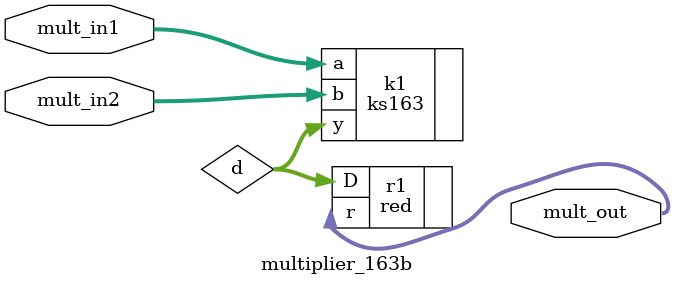
<source format=v>
module multiplier_163b(
input [162:0]mult_in1,mult_in2,

output [162:0] mult_out
    );
  wire [324:0] d;  
    
    ks163 k1(.a(mult_in1),.b(mult_in2),.y(d));
    red r1(.D(d),.r(mult_out));
    
    
    
    
endmodule

</source>
